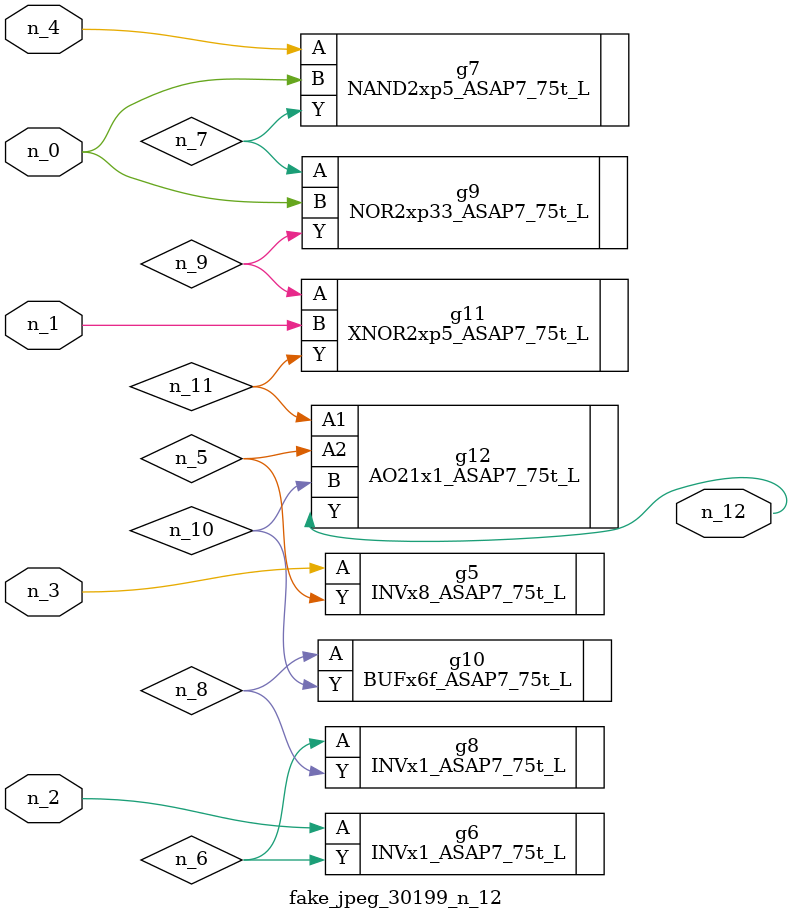
<source format=v>
module fake_jpeg_30199_n_12 (n_3, n_2, n_1, n_0, n_4, n_12);

input n_3;
input n_2;
input n_1;
input n_0;
input n_4;

output n_12;

wire n_11;
wire n_10;
wire n_8;
wire n_9;
wire n_6;
wire n_5;
wire n_7;

INVx8_ASAP7_75t_L g5 ( 
.A(n_3),
.Y(n_5)
);

INVx1_ASAP7_75t_L g6 ( 
.A(n_2),
.Y(n_6)
);

NAND2xp5_ASAP7_75t_L g7 ( 
.A(n_4),
.B(n_0),
.Y(n_7)
);

INVx1_ASAP7_75t_L g8 ( 
.A(n_6),
.Y(n_8)
);

BUFx6f_ASAP7_75t_L g10 ( 
.A(n_8),
.Y(n_10)
);

NOR2xp33_ASAP7_75t_L g9 ( 
.A(n_7),
.B(n_0),
.Y(n_9)
);

XNOR2xp5_ASAP7_75t_L g11 ( 
.A(n_9),
.B(n_1),
.Y(n_11)
);

AO21x1_ASAP7_75t_L g12 ( 
.A1(n_11),
.A2(n_5),
.B(n_10),
.Y(n_12)
);


endmodule
</source>
